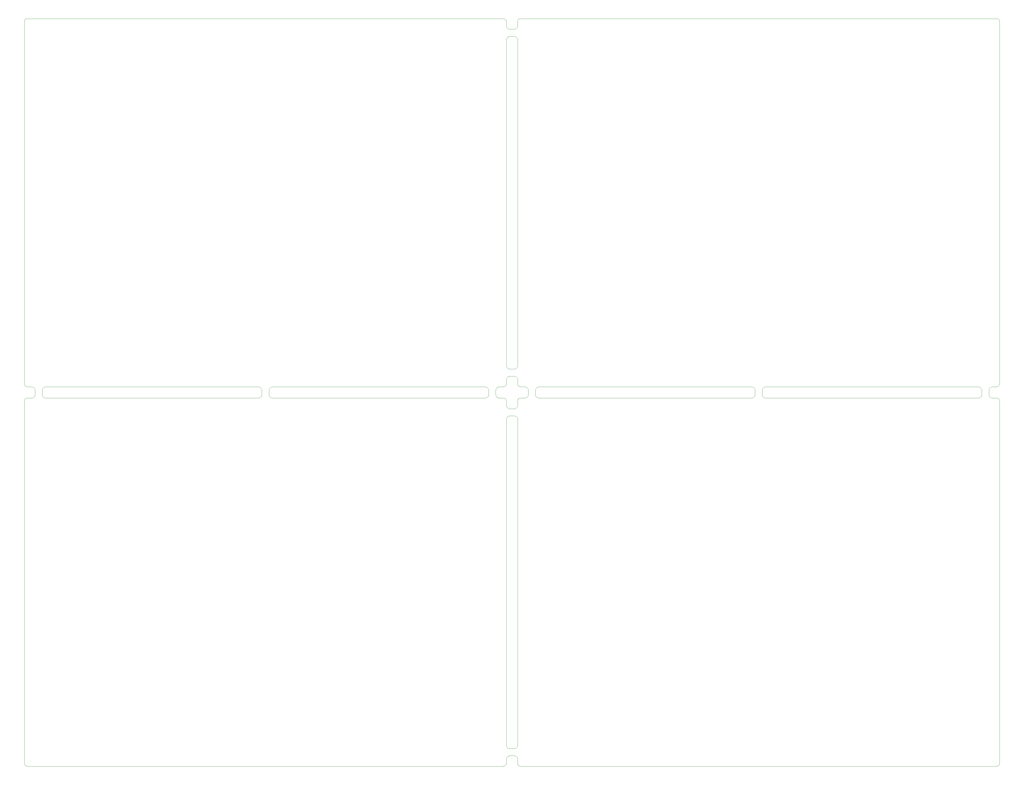
<source format=gbr>
G04 #@! TF.GenerationSoftware,KiCad,Pcbnew,(5.1.5)-2*
G04 #@! TF.CreationDate,2020-07-09T23:44:57+12:00*
G04 #@! TF.ProjectId,output.JVCardx4,6f757470-7574-42e4-9a56-436172647834,rev?*
G04 #@! TF.SameCoordinates,Original*
G04 #@! TF.FileFunction,Profile,NP*
%FSLAX46Y46*%
G04 Gerber Fmt 4.6, Leading zero omitted, Abs format (unit mm)*
G04 Created by KiCad (PCBNEW (5.1.5)-2) date 2020-07-09 23:44:57*
%MOMM*%
%LPD*%
G04 APERTURE LIST*
%ADD10C,0.050000*%
%ADD11C,0.100000*%
G04 APERTURE END LIST*
D10*
X284000000Y-273000000D02*
X284000000Y-145000000D01*
X115000000Y-274000000D02*
X283000000Y-274000000D01*
X109000000Y-144000000D02*
G75*
G02X110000000Y-145000000I0J-1000000D01*
G01*
X-59000000Y-274000000D02*
X109000000Y-274000000D01*
X-60000000Y-145000000D02*
X-60000000Y-273000000D01*
X115000000Y-274000000D02*
G75*
G02X114000000Y-273000000I0J1000000D01*
G01*
X114000000Y-145000000D02*
G75*
G02X115000000Y-144000000I1000000J0D01*
G01*
X284000000Y-273000000D02*
G75*
G02X283000000Y-274000000I-1000000J0D01*
G01*
X283000000Y-144000000D02*
G75*
G02X284000000Y-145000000I0J-1000000D01*
G01*
X110000000Y-273000000D02*
G75*
G02X109000000Y-274000000I-1000000J0D01*
G01*
X-60000000Y-145000000D02*
G75*
G02X-59000000Y-144000000I1000000J0D01*
G01*
X-59000000Y-274000000D02*
G75*
G02X-60000000Y-273000000I0J1000000D01*
G01*
X110000000Y-139000000D02*
G75*
G02X109000000Y-140000000I-1000000J0D01*
G01*
X-59000000Y-140000000D02*
G75*
G02X-60000000Y-139000000I0J1000000D01*
G01*
X-60000000Y-11000000D02*
G75*
G02X-59000000Y-10000000I1000000J0D01*
G01*
X109000000Y-10000000D02*
G75*
G02X110000000Y-11000000I0J-1000000D01*
G01*
X-60000000Y-11000000D02*
X-60000000Y-139000000D01*
X109000000Y-10000000D02*
X-59000000Y-10000000D01*
X114000000Y-11000000D02*
G75*
G02X115000000Y-10000000I1000000J0D01*
G01*
X283000000Y-10000000D02*
G75*
G02X284000000Y-11000000I0J-1000000D01*
G01*
X284000000Y-139000000D02*
G75*
G02X283000000Y-140000000I-1000000J0D01*
G01*
X115000000Y-140000000D02*
G75*
G02X114000000Y-139000000I0J1000000D01*
G01*
X283000000Y-10000000D02*
X115000000Y-10000000D01*
X284000000Y-139000000D02*
X284000000Y-11000000D01*
D11*
X196499950Y-144000000D02*
X196599654Y-143992313D01*
X196499950Y-140000000D02*
X196599654Y-140007687D01*
X196599654Y-143992313D02*
X196698472Y-143976985D01*
X196599654Y-140007687D02*
X196698472Y-140023015D01*
X196698472Y-143976985D02*
X196795819Y-143954107D01*
X196698472Y-140023015D02*
X196795819Y-140045893D01*
X196795819Y-143954107D02*
X196891119Y-143923814D01*
X196795819Y-140045893D02*
X196891119Y-140076186D01*
X196891119Y-143923814D02*
X196983809Y-143886285D01*
X196891119Y-140076186D02*
X196983809Y-140113715D01*
X196983809Y-143886285D02*
X197073340Y-143841742D01*
X196983809Y-140113715D02*
X197073340Y-140158258D01*
X197073340Y-143841742D02*
X197159182Y-143790449D01*
X197073340Y-140158258D02*
X197159182Y-140209551D01*
X197159182Y-143790449D02*
X197240827Y-143732709D01*
X197159182Y-140209551D02*
X197240827Y-140267291D01*
X197240827Y-143732709D02*
X197317792Y-143668864D01*
X197240827Y-140267291D02*
X197317792Y-140331136D01*
X197317792Y-143668864D02*
X197389622Y-143599292D01*
X197317792Y-140331136D02*
X197389622Y-140400708D01*
X197389622Y-143599292D02*
X197455892Y-143524405D01*
X197389622Y-140400708D02*
X197455892Y-140475595D01*
X197455892Y-143524405D02*
X197516210Y-143444646D01*
X197455892Y-140475595D02*
X197516210Y-140555354D01*
X197516210Y-143444646D02*
X197570219Y-143360487D01*
X197516210Y-140555354D02*
X197570219Y-140639513D01*
X197570219Y-143360487D02*
X197617599Y-143272426D01*
X197570219Y-140639513D02*
X197617599Y-140727574D01*
X197617599Y-143272426D02*
X197658070Y-143180984D01*
X197617599Y-140727574D02*
X197658070Y-140819016D01*
X197658070Y-143180984D02*
X197691392Y-143086702D01*
X197658070Y-140819016D02*
X197691392Y-140913298D01*
X197691392Y-143086702D02*
X197717368Y-142990138D01*
X197691392Y-140913298D02*
X197717368Y-141009862D01*
X197717368Y-142990138D02*
X197735845Y-142891863D01*
X197717368Y-141009862D02*
X197735845Y-141108137D01*
X197735845Y-142891863D02*
X197746713Y-142792458D01*
X197735845Y-141108137D02*
X197746713Y-141207542D01*
X197746713Y-142792458D02*
X197749908Y-142692512D01*
X197746713Y-141207542D02*
X197749908Y-141307488D01*
X197749908Y-141307488D02*
X197749908Y-142692512D01*
X201500050Y-144000000D02*
X201400346Y-143992313D01*
X201500050Y-140000000D02*
X201400346Y-140007687D01*
X201400346Y-143992313D02*
X201301528Y-143976985D01*
X201400346Y-140007687D02*
X201301528Y-140023015D01*
X201301528Y-143976985D02*
X201204181Y-143954107D01*
X201301528Y-140023015D02*
X201204181Y-140045893D01*
X201204181Y-143954107D02*
X201108881Y-143923814D01*
X201204181Y-140045893D02*
X201108881Y-140076186D01*
X201108881Y-143923814D02*
X201016191Y-143886285D01*
X201108881Y-140076186D02*
X201016191Y-140113715D01*
X201016191Y-143886285D02*
X200926660Y-143841742D01*
X201016191Y-140113715D02*
X200926660Y-140158258D01*
X200926660Y-143841742D02*
X200840818Y-143790449D01*
X200926660Y-140158258D02*
X200840818Y-140209551D01*
X200840818Y-143790449D02*
X200759173Y-143732709D01*
X200840818Y-140209551D02*
X200759173Y-140267291D01*
X200759173Y-143732709D02*
X200682208Y-143668864D01*
X200759173Y-140267291D02*
X200682208Y-140331136D01*
X200682208Y-143668864D02*
X200610378Y-143599292D01*
X200682208Y-140331136D02*
X200610378Y-140400708D01*
X200610378Y-143599292D02*
X200544108Y-143524405D01*
X200610378Y-140400708D02*
X200544108Y-140475595D01*
X200544108Y-143524405D02*
X200483790Y-143444646D01*
X200544108Y-140475595D02*
X200483790Y-140555354D01*
X200483790Y-143444646D02*
X200429781Y-143360487D01*
X200483790Y-140555354D02*
X200429781Y-140639513D01*
X200429781Y-143360487D02*
X200382401Y-143272426D01*
X200429781Y-140639513D02*
X200382401Y-140727574D01*
X200382401Y-143272426D02*
X200341930Y-143180984D01*
X200382401Y-140727574D02*
X200341930Y-140819016D01*
X200341930Y-143180984D02*
X200308608Y-143086702D01*
X200341930Y-140819016D02*
X200308608Y-140913298D01*
X200308608Y-143086702D02*
X200282632Y-142990138D01*
X200308608Y-140913298D02*
X200282632Y-141009862D01*
X200282632Y-142990138D02*
X200264155Y-142891863D01*
X200282632Y-141009862D02*
X200264155Y-141108137D01*
X200264155Y-142891863D02*
X200253287Y-142792458D01*
X200264155Y-141108137D02*
X200253287Y-141207542D01*
X200253287Y-142792458D02*
X200250092Y-142692512D01*
X200253287Y-141207542D02*
X200250092Y-141307488D01*
X200250092Y-141307488D02*
X200250092Y-142692512D01*
X22499950Y-144000000D02*
X22599654Y-143992313D01*
X22499950Y-140000000D02*
X22599654Y-140007687D01*
X22599654Y-143992313D02*
X22698472Y-143976985D01*
X22599654Y-140007687D02*
X22698472Y-140023015D01*
X22698472Y-143976985D02*
X22795819Y-143954107D01*
X22698472Y-140023015D02*
X22795819Y-140045893D01*
X22795819Y-143954107D02*
X22891119Y-143923814D01*
X22795819Y-140045893D02*
X22891119Y-140076186D01*
X22891119Y-143923814D02*
X22983809Y-143886285D01*
X22891119Y-140076186D02*
X22983809Y-140113715D01*
X22983809Y-143886285D02*
X23073340Y-143841742D01*
X22983809Y-140113715D02*
X23073340Y-140158258D01*
X23073340Y-143841742D02*
X23159182Y-143790449D01*
X23073340Y-140158258D02*
X23159182Y-140209551D01*
X23159182Y-143790449D02*
X23240827Y-143732709D01*
X23159182Y-140209551D02*
X23240827Y-140267291D01*
X23240827Y-143732709D02*
X23317792Y-143668864D01*
X23240827Y-140267291D02*
X23317792Y-140331136D01*
X23317792Y-143668864D02*
X23389622Y-143599292D01*
X23317792Y-140331136D02*
X23389622Y-140400708D01*
X23389622Y-143599292D02*
X23455892Y-143524405D01*
X23389622Y-140400708D02*
X23455892Y-140475595D01*
X23455892Y-143524405D02*
X23516210Y-143444646D01*
X23455892Y-140475595D02*
X23516210Y-140555354D01*
X23516210Y-143444646D02*
X23570219Y-143360487D01*
X23516210Y-140555354D02*
X23570219Y-140639513D01*
X23570219Y-143360487D02*
X23617599Y-143272426D01*
X23570219Y-140639513D02*
X23617599Y-140727574D01*
X23617599Y-143272426D02*
X23658070Y-143180984D01*
X23617599Y-140727574D02*
X23658070Y-140819016D01*
X23658070Y-143180984D02*
X23691392Y-143086702D01*
X23658070Y-140819016D02*
X23691392Y-140913298D01*
X23691392Y-143086702D02*
X23717368Y-142990138D01*
X23691392Y-140913298D02*
X23717368Y-141009862D01*
X23717368Y-142990138D02*
X23735845Y-142891863D01*
X23717368Y-141009862D02*
X23735845Y-141108137D01*
X23735845Y-142891863D02*
X23746713Y-142792458D01*
X23735845Y-141108137D02*
X23746713Y-141207542D01*
X23746713Y-142792458D02*
X23749908Y-142692512D01*
X23746713Y-141207542D02*
X23749908Y-141307488D01*
X23749908Y-141307488D02*
X23749908Y-142692512D01*
X27500050Y-144000000D02*
X27400346Y-143992313D01*
X27500050Y-140000000D02*
X27400346Y-140007687D01*
X27400346Y-143992313D02*
X27301528Y-143976985D01*
X27400346Y-140007687D02*
X27301528Y-140023015D01*
X27301528Y-143976985D02*
X27204181Y-143954107D01*
X27301528Y-140023015D02*
X27204181Y-140045893D01*
X27204181Y-143954107D02*
X27108881Y-143923814D01*
X27204181Y-140045893D02*
X27108881Y-140076186D01*
X27108881Y-143923814D02*
X27016191Y-143886285D01*
X27108881Y-140076186D02*
X27016191Y-140113715D01*
X27016191Y-143886285D02*
X26926660Y-143841742D01*
X27016191Y-140113715D02*
X26926660Y-140158258D01*
X26926660Y-143841742D02*
X26840818Y-143790449D01*
X26926660Y-140158258D02*
X26840818Y-140209551D01*
X26840818Y-143790449D02*
X26759173Y-143732709D01*
X26840818Y-140209551D02*
X26759173Y-140267291D01*
X26759173Y-143732709D02*
X26682208Y-143668864D01*
X26759173Y-140267291D02*
X26682208Y-140331136D01*
X26682208Y-143668864D02*
X26610378Y-143599292D01*
X26682208Y-140331136D02*
X26610378Y-140400708D01*
X26610378Y-143599292D02*
X26544108Y-143524405D01*
X26610378Y-140400708D02*
X26544108Y-140475595D01*
X26544108Y-143524405D02*
X26483790Y-143444646D01*
X26544108Y-140475595D02*
X26483790Y-140555354D01*
X26483790Y-143444646D02*
X26429781Y-143360487D01*
X26483790Y-140555354D02*
X26429781Y-140639513D01*
X26429781Y-143360487D02*
X26382401Y-143272426D01*
X26429781Y-140639513D02*
X26382401Y-140727574D01*
X26382401Y-143272426D02*
X26341930Y-143180984D01*
X26382401Y-140727574D02*
X26341930Y-140819016D01*
X26341930Y-143180984D02*
X26308608Y-143086702D01*
X26341930Y-140819016D02*
X26308608Y-140913298D01*
X26308608Y-143086702D02*
X26282632Y-142990138D01*
X26308608Y-140913298D02*
X26282632Y-141009862D01*
X26282632Y-142990138D02*
X26264155Y-142891863D01*
X26282632Y-141009862D02*
X26264155Y-141108137D01*
X26264155Y-142891863D02*
X26253287Y-142792458D01*
X26264155Y-141108137D02*
X26253287Y-141207542D01*
X26253287Y-142792458D02*
X26250092Y-142692512D01*
X26253287Y-141207542D02*
X26250092Y-141307488D01*
X26250092Y-141307488D02*
X26250092Y-142692512D01*
X-52500045Y-140000000D02*
X22499950Y-140000000D01*
X-57500000Y-140000000D02*
X-59000000Y-140000000D01*
X-52500045Y-144000000D02*
X22499950Y-144000000D01*
X-57500000Y-144000000D02*
X-59000000Y-144000000D01*
X-57500000Y-144000000D02*
X-57400296Y-143992313D01*
X-57500000Y-140000000D02*
X-57400296Y-140007687D01*
X-57400296Y-143992313D02*
X-57301478Y-143976985D01*
X-57400296Y-140007687D02*
X-57301478Y-140023015D01*
X-57301478Y-143976985D02*
X-57204131Y-143954107D01*
X-57301478Y-140023015D02*
X-57204131Y-140045893D01*
X-57204131Y-143954107D02*
X-57108831Y-143923814D01*
X-57204131Y-140045893D02*
X-57108831Y-140076186D01*
X-57108831Y-143923814D02*
X-57016141Y-143886285D01*
X-57108831Y-140076186D02*
X-57016141Y-140113715D01*
X-57016141Y-143886285D02*
X-56926610Y-143841742D01*
X-57016141Y-140113715D02*
X-56926610Y-140158258D01*
X-56926610Y-143841742D02*
X-56840768Y-143790449D01*
X-56926610Y-140158258D02*
X-56840768Y-140209551D01*
X-56840768Y-143790449D02*
X-56759123Y-143732709D01*
X-56840768Y-140209551D02*
X-56759123Y-140267291D01*
X-56759123Y-143732709D02*
X-56682158Y-143668864D01*
X-56759123Y-140267291D02*
X-56682158Y-140331136D01*
X-56682158Y-143668864D02*
X-56610328Y-143599292D01*
X-56682158Y-140331136D02*
X-56610328Y-140400708D01*
X-56610328Y-143599292D02*
X-56544058Y-143524405D01*
X-56610328Y-140400708D02*
X-56544058Y-140475595D01*
X-56544058Y-143524405D02*
X-56483740Y-143444646D01*
X-56544058Y-140475595D02*
X-56483740Y-140555354D01*
X-56483740Y-143444646D02*
X-56429731Y-143360487D01*
X-56483740Y-140555354D02*
X-56429731Y-140639513D01*
X-56429731Y-143360487D02*
X-56382351Y-143272426D01*
X-56429731Y-140639513D02*
X-56382351Y-140727574D01*
X-56382351Y-143272426D02*
X-56341880Y-143180984D01*
X-56382351Y-140727574D02*
X-56341880Y-140819016D01*
X-56341880Y-143180984D02*
X-56308558Y-143086702D01*
X-56341880Y-140819016D02*
X-56308558Y-140913298D01*
X-56308558Y-143086702D02*
X-56282582Y-142990138D01*
X-56308558Y-140913298D02*
X-56282582Y-141009862D01*
X-56282582Y-142990138D02*
X-56264105Y-142891863D01*
X-56282582Y-141009862D02*
X-56264105Y-141108137D01*
X-56264105Y-142891863D02*
X-56253237Y-142792458D01*
X-56264105Y-141108137D02*
X-56253237Y-141207542D01*
X-56253237Y-142792458D02*
X-56250042Y-142692512D01*
X-56253237Y-141207542D02*
X-56250042Y-141307488D01*
X-56250042Y-141307488D02*
X-56250042Y-142692512D01*
X-52500045Y-144000000D02*
X-52599749Y-143992313D01*
X-52500045Y-140000000D02*
X-52599749Y-140007687D01*
X-52599749Y-143992313D02*
X-52698567Y-143976985D01*
X-52599749Y-140007687D02*
X-52698567Y-140023015D01*
X-52698567Y-143976985D02*
X-52795914Y-143954107D01*
X-52698567Y-140023015D02*
X-52795914Y-140045893D01*
X-52795914Y-143954107D02*
X-52891214Y-143923814D01*
X-52795914Y-140045893D02*
X-52891214Y-140076186D01*
X-52891214Y-143923814D02*
X-52983904Y-143886285D01*
X-52891214Y-140076186D02*
X-52983904Y-140113715D01*
X-52983904Y-143886285D02*
X-53073435Y-143841742D01*
X-52983904Y-140113715D02*
X-53073435Y-140158258D01*
X-53073435Y-143841742D02*
X-53159277Y-143790449D01*
X-53073435Y-140158258D02*
X-53159277Y-140209551D01*
X-53159277Y-143790449D02*
X-53240922Y-143732709D01*
X-53159277Y-140209551D02*
X-53240922Y-140267291D01*
X-53240922Y-143732709D02*
X-53317887Y-143668864D01*
X-53240922Y-140267291D02*
X-53317887Y-140331136D01*
X-53317887Y-143668864D02*
X-53389717Y-143599292D01*
X-53317887Y-140331136D02*
X-53389717Y-140400708D01*
X-53389717Y-143599292D02*
X-53455987Y-143524405D01*
X-53389717Y-140400708D02*
X-53455987Y-140475595D01*
X-53455987Y-143524405D02*
X-53516305Y-143444646D01*
X-53455987Y-140475595D02*
X-53516305Y-140555354D01*
X-53516305Y-143444646D02*
X-53570314Y-143360487D01*
X-53516305Y-140555354D02*
X-53570314Y-140639513D01*
X-53570314Y-143360487D02*
X-53617694Y-143272426D01*
X-53570314Y-140639513D02*
X-53617694Y-140727574D01*
X-53617694Y-143272426D02*
X-53658165Y-143180984D01*
X-53617694Y-140727574D02*
X-53658165Y-140819016D01*
X-53658165Y-143180984D02*
X-53691487Y-143086702D01*
X-53658165Y-140819016D02*
X-53691487Y-140913298D01*
X-53691487Y-143086702D02*
X-53717463Y-142990138D01*
X-53691487Y-140913298D02*
X-53717463Y-141009862D01*
X-53717463Y-142990138D02*
X-53735940Y-142891863D01*
X-53717463Y-141009862D02*
X-53735940Y-141108137D01*
X-53735940Y-142891863D02*
X-53746808Y-142792458D01*
X-53735940Y-141108137D02*
X-53746808Y-141207542D01*
X-53746808Y-142792458D02*
X-53750003Y-142692512D01*
X-53746808Y-141207542D02*
X-53750003Y-141307488D01*
X-53750003Y-141307488D02*
X-53750003Y-142692512D01*
X276500045Y-144000000D02*
X201500050Y-144000000D01*
X281500000Y-144000000D02*
X283000000Y-144000000D01*
X276500045Y-140000000D02*
X201500050Y-140000000D01*
X281500000Y-140000000D02*
X283000000Y-140000000D01*
X281500000Y-140000000D02*
X281400296Y-140007687D01*
X281500000Y-144000000D02*
X281400296Y-143992313D01*
X281400296Y-140007687D02*
X281301478Y-140023015D01*
X281400296Y-143992313D02*
X281301478Y-143976985D01*
X281301478Y-140023015D02*
X281204131Y-140045893D01*
X281301478Y-143976985D02*
X281204131Y-143954107D01*
X281204131Y-140045893D02*
X281108831Y-140076186D01*
X281204131Y-143954107D02*
X281108831Y-143923814D01*
X281108831Y-140076186D02*
X281016141Y-140113715D01*
X281108831Y-143923814D02*
X281016141Y-143886285D01*
X281016141Y-140113715D02*
X280926610Y-140158258D01*
X281016141Y-143886285D02*
X280926610Y-143841742D01*
X280926610Y-140158258D02*
X280840768Y-140209551D01*
X280926610Y-143841742D02*
X280840768Y-143790449D01*
X280840768Y-140209551D02*
X280759123Y-140267291D01*
X280840768Y-143790449D02*
X280759123Y-143732709D01*
X280759123Y-140267291D02*
X280682158Y-140331136D01*
X280759123Y-143732709D02*
X280682158Y-143668864D01*
X280682158Y-140331136D02*
X280610328Y-140400708D01*
X280682158Y-143668864D02*
X280610328Y-143599292D01*
X280610328Y-140400708D02*
X280544058Y-140475595D01*
X280610328Y-143599292D02*
X280544058Y-143524405D01*
X280544058Y-140475595D02*
X280483740Y-140555354D01*
X280544058Y-143524405D02*
X280483740Y-143444646D01*
X280483740Y-140555354D02*
X280429731Y-140639513D01*
X280483740Y-143444646D02*
X280429731Y-143360487D01*
X280429731Y-140639513D02*
X280382351Y-140727574D01*
X280429731Y-143360487D02*
X280382351Y-143272426D01*
X280382351Y-140727574D02*
X280341880Y-140819016D01*
X280382351Y-143272426D02*
X280341880Y-143180984D01*
X280341880Y-140819016D02*
X280308558Y-140913298D01*
X280341880Y-143180984D02*
X280308558Y-143086702D01*
X280308558Y-140913298D02*
X280282582Y-141009862D01*
X280308558Y-143086702D02*
X280282582Y-142990138D01*
X280282582Y-141009862D02*
X280264105Y-141108137D01*
X280282582Y-142990138D02*
X280264105Y-142891863D01*
X280264105Y-141108137D02*
X280253237Y-141207542D01*
X280264105Y-142891863D02*
X280253237Y-142792458D01*
X280253237Y-141207542D02*
X280250042Y-141307488D01*
X280253237Y-142792458D02*
X280250042Y-142692512D01*
X280250042Y-142692512D02*
X280250042Y-141307488D01*
X276500045Y-140000000D02*
X276599749Y-140007687D01*
X276500045Y-144000000D02*
X276599749Y-143992313D01*
X276599749Y-140007687D02*
X276698567Y-140023015D01*
X276599749Y-143992313D02*
X276698567Y-143976985D01*
X276698567Y-140023015D02*
X276795914Y-140045893D01*
X276698567Y-143976985D02*
X276795914Y-143954107D01*
X276795914Y-140045893D02*
X276891214Y-140076186D01*
X276795914Y-143954107D02*
X276891214Y-143923814D01*
X276891214Y-140076186D02*
X276983904Y-140113715D01*
X276891214Y-143923814D02*
X276983904Y-143886285D01*
X276983904Y-140113715D02*
X277073435Y-140158258D01*
X276983904Y-143886285D02*
X277073435Y-143841742D01*
X277073435Y-140158258D02*
X277159277Y-140209551D01*
X277073435Y-143841742D02*
X277159277Y-143790449D01*
X277159277Y-140209551D02*
X277240922Y-140267291D01*
X277159277Y-143790449D02*
X277240922Y-143732709D01*
X277240922Y-140267291D02*
X277317887Y-140331136D01*
X277240922Y-143732709D02*
X277317887Y-143668864D01*
X277317887Y-140331136D02*
X277389717Y-140400708D01*
X277317887Y-143668864D02*
X277389717Y-143599292D01*
X277389717Y-140400708D02*
X277455987Y-140475595D01*
X277389717Y-143599292D02*
X277455987Y-143524405D01*
X277455987Y-140475595D02*
X277516305Y-140555354D01*
X277455987Y-143524405D02*
X277516305Y-143444646D01*
X277516305Y-140555354D02*
X277570314Y-140639513D01*
X277516305Y-143444646D02*
X277570314Y-143360487D01*
X277570314Y-140639513D02*
X277617694Y-140727574D01*
X277570314Y-143360487D02*
X277617694Y-143272426D01*
X277617694Y-140727574D02*
X277658165Y-140819016D01*
X277617694Y-143272426D02*
X277658165Y-143180984D01*
X277658165Y-140819016D02*
X277691487Y-140913298D01*
X277658165Y-143180984D02*
X277691487Y-143086702D01*
X277691487Y-140913298D02*
X277717463Y-141009862D01*
X277691487Y-143086702D02*
X277717463Y-142990138D01*
X277717463Y-141009862D02*
X277735940Y-141108137D01*
X277717463Y-142990138D02*
X277735940Y-142891863D01*
X277735940Y-141108137D02*
X277746808Y-141207542D01*
X277735940Y-142891863D02*
X277746808Y-142792458D01*
X277746808Y-141207542D02*
X277750003Y-141307488D01*
X277746808Y-142792458D02*
X277750003Y-142692512D01*
X277750003Y-142692512D02*
X277750003Y-141307488D01*
X102500045Y-144000000D02*
X27500050Y-144000000D01*
X107500000Y-144000000D02*
X109000000Y-144000000D01*
X102500045Y-140000000D02*
X27500050Y-140000000D01*
X107500000Y-140000000D02*
X109000000Y-140000000D01*
X107500000Y-140000000D02*
X107400296Y-140007687D01*
X107500000Y-144000000D02*
X107400296Y-143992313D01*
X107400296Y-140007687D02*
X107301478Y-140023015D01*
X107400296Y-143992313D02*
X107301478Y-143976985D01*
X107301478Y-140023015D02*
X107204131Y-140045893D01*
X107301478Y-143976985D02*
X107204131Y-143954107D01*
X107204131Y-140045893D02*
X107108831Y-140076186D01*
X107204131Y-143954107D02*
X107108831Y-143923814D01*
X107108831Y-140076186D02*
X107016141Y-140113715D01*
X107108831Y-143923814D02*
X107016141Y-143886285D01*
X107016141Y-140113715D02*
X106926610Y-140158258D01*
X107016141Y-143886285D02*
X106926610Y-143841742D01*
X106926610Y-140158258D02*
X106840768Y-140209551D01*
X106926610Y-143841742D02*
X106840768Y-143790449D01*
X106840768Y-140209551D02*
X106759123Y-140267291D01*
X106840768Y-143790449D02*
X106759123Y-143732709D01*
X106759123Y-140267291D02*
X106682158Y-140331136D01*
X106759123Y-143732709D02*
X106682158Y-143668864D01*
X106682158Y-140331136D02*
X106610328Y-140400708D01*
X106682158Y-143668864D02*
X106610328Y-143599292D01*
X106610328Y-140400708D02*
X106544058Y-140475595D01*
X106610328Y-143599292D02*
X106544058Y-143524405D01*
X106544058Y-140475595D02*
X106483740Y-140555354D01*
X106544058Y-143524405D02*
X106483740Y-143444646D01*
X106483740Y-140555354D02*
X106429731Y-140639513D01*
X106483740Y-143444646D02*
X106429731Y-143360487D01*
X106429731Y-140639513D02*
X106382351Y-140727574D01*
X106429731Y-143360487D02*
X106382351Y-143272426D01*
X106382351Y-140727574D02*
X106341880Y-140819016D01*
X106382351Y-143272426D02*
X106341880Y-143180984D01*
X106341880Y-140819016D02*
X106308558Y-140913298D01*
X106341880Y-143180984D02*
X106308558Y-143086702D01*
X106308558Y-140913298D02*
X106282582Y-141009862D01*
X106308558Y-143086702D02*
X106282582Y-142990138D01*
X106282582Y-141009862D02*
X106264105Y-141108137D01*
X106282582Y-142990138D02*
X106264105Y-142891863D01*
X106264105Y-141108137D02*
X106253237Y-141207542D01*
X106264105Y-142891863D02*
X106253237Y-142792458D01*
X106253237Y-141207542D02*
X106250042Y-141307488D01*
X106253237Y-142792458D02*
X106250042Y-142692512D01*
X106250042Y-142692512D02*
X106250042Y-141307488D01*
X102500045Y-140000000D02*
X102599749Y-140007687D01*
X102500045Y-144000000D02*
X102599749Y-143992313D01*
X102599749Y-140007687D02*
X102698567Y-140023015D01*
X102599749Y-143992313D02*
X102698567Y-143976985D01*
X102698567Y-140023015D02*
X102795914Y-140045893D01*
X102698567Y-143976985D02*
X102795914Y-143954107D01*
X102795914Y-140045893D02*
X102891214Y-140076186D01*
X102795914Y-143954107D02*
X102891214Y-143923814D01*
X102891214Y-140076186D02*
X102983904Y-140113715D01*
X102891214Y-143923814D02*
X102983904Y-143886285D01*
X102983904Y-140113715D02*
X103073435Y-140158258D01*
X102983904Y-143886285D02*
X103073435Y-143841742D01*
X103073435Y-140158258D02*
X103159277Y-140209551D01*
X103073435Y-143841742D02*
X103159277Y-143790449D01*
X103159277Y-140209551D02*
X103240922Y-140267291D01*
X103159277Y-143790449D02*
X103240922Y-143732709D01*
X103240922Y-140267291D02*
X103317887Y-140331136D01*
X103240922Y-143732709D02*
X103317887Y-143668864D01*
X103317887Y-140331136D02*
X103389717Y-140400708D01*
X103317887Y-143668864D02*
X103389717Y-143599292D01*
X103389717Y-140400708D02*
X103455987Y-140475595D01*
X103389717Y-143599292D02*
X103455987Y-143524405D01*
X103455987Y-140475595D02*
X103516305Y-140555354D01*
X103455987Y-143524405D02*
X103516305Y-143444646D01*
X103516305Y-140555354D02*
X103570314Y-140639513D01*
X103516305Y-143444646D02*
X103570314Y-143360487D01*
X103570314Y-140639513D02*
X103617694Y-140727574D01*
X103570314Y-143360487D02*
X103617694Y-143272426D01*
X103617694Y-140727574D02*
X103658165Y-140819016D01*
X103617694Y-143272426D02*
X103658165Y-143180984D01*
X103658165Y-140819016D02*
X103691487Y-140913298D01*
X103658165Y-143180984D02*
X103691487Y-143086702D01*
X103691487Y-140913298D02*
X103717463Y-141009862D01*
X103691487Y-143086702D02*
X103717463Y-142990138D01*
X103717463Y-141009862D02*
X103735940Y-141108137D01*
X103717463Y-142990138D02*
X103735940Y-142891863D01*
X103735940Y-141108137D02*
X103746808Y-141207542D01*
X103735940Y-142891863D02*
X103746808Y-142792458D01*
X103746808Y-141207542D02*
X103750003Y-141307488D01*
X103746808Y-142792458D02*
X103750003Y-142692512D01*
X103750003Y-142692512D02*
X103750003Y-141307488D01*
X121499955Y-140000000D02*
X196499950Y-140000000D01*
X116500000Y-140000000D02*
X115000000Y-140000000D01*
X121499955Y-144000000D02*
X196499950Y-144000000D01*
X116500000Y-144000000D02*
X115000000Y-144000000D01*
X116500000Y-144000000D02*
X116599704Y-143992313D01*
X116500000Y-140000000D02*
X116599704Y-140007687D01*
X116599704Y-143992313D02*
X116698522Y-143976985D01*
X116599704Y-140007687D02*
X116698522Y-140023015D01*
X116698522Y-143976985D02*
X116795869Y-143954107D01*
X116698522Y-140023015D02*
X116795869Y-140045893D01*
X116795869Y-143954107D02*
X116891169Y-143923814D01*
X116795869Y-140045893D02*
X116891169Y-140076186D01*
X116891169Y-143923814D02*
X116983859Y-143886285D01*
X116891169Y-140076186D02*
X116983859Y-140113715D01*
X116983859Y-143886285D02*
X117073390Y-143841742D01*
X116983859Y-140113715D02*
X117073390Y-140158258D01*
X117073390Y-143841742D02*
X117159232Y-143790449D01*
X117073390Y-140158258D02*
X117159232Y-140209551D01*
X117159232Y-143790449D02*
X117240877Y-143732709D01*
X117159232Y-140209551D02*
X117240877Y-140267291D01*
X117240877Y-143732709D02*
X117317842Y-143668864D01*
X117240877Y-140267291D02*
X117317842Y-140331136D01*
X117317842Y-143668864D02*
X117389672Y-143599292D01*
X117317842Y-140331136D02*
X117389672Y-140400708D01*
X117389672Y-143599292D02*
X117455942Y-143524405D01*
X117389672Y-140400708D02*
X117455942Y-140475595D01*
X117455942Y-143524405D02*
X117516260Y-143444646D01*
X117455942Y-140475595D02*
X117516260Y-140555354D01*
X117516260Y-143444646D02*
X117570269Y-143360487D01*
X117516260Y-140555354D02*
X117570269Y-140639513D01*
X117570269Y-143360487D02*
X117617649Y-143272426D01*
X117570269Y-140639513D02*
X117617649Y-140727574D01*
X117617649Y-143272426D02*
X117658120Y-143180984D01*
X117617649Y-140727574D02*
X117658120Y-140819016D01*
X117658120Y-143180984D02*
X117691442Y-143086702D01*
X117658120Y-140819016D02*
X117691442Y-140913298D01*
X117691442Y-143086702D02*
X117717418Y-142990138D01*
X117691442Y-140913298D02*
X117717418Y-141009862D01*
X117717418Y-142990138D02*
X117735895Y-142891863D01*
X117717418Y-141009862D02*
X117735895Y-141108137D01*
X117735895Y-142891863D02*
X117746763Y-142792458D01*
X117735895Y-141108137D02*
X117746763Y-141207542D01*
X117746763Y-142792458D02*
X117749958Y-142692512D01*
X117746763Y-141207542D02*
X117749958Y-141307488D01*
X117749958Y-141307488D02*
X117749958Y-142692512D01*
X121499955Y-144000000D02*
X121400251Y-143992313D01*
X121499955Y-140000000D02*
X121400251Y-140007687D01*
X121400251Y-143992313D02*
X121301433Y-143976985D01*
X121400251Y-140007687D02*
X121301433Y-140023015D01*
X121301433Y-143976985D02*
X121204086Y-143954107D01*
X121301433Y-140023015D02*
X121204086Y-140045893D01*
X121204086Y-143954107D02*
X121108786Y-143923814D01*
X121204086Y-140045893D02*
X121108786Y-140076186D01*
X121108786Y-143923814D02*
X121016096Y-143886285D01*
X121108786Y-140076186D02*
X121016096Y-140113715D01*
X121016096Y-143886285D02*
X120926565Y-143841742D01*
X121016096Y-140113715D02*
X120926565Y-140158258D01*
X120926565Y-143841742D02*
X120840723Y-143790449D01*
X120926565Y-140158258D02*
X120840723Y-140209551D01*
X120840723Y-143790449D02*
X120759078Y-143732709D01*
X120840723Y-140209551D02*
X120759078Y-140267291D01*
X120759078Y-143732709D02*
X120682113Y-143668864D01*
X120759078Y-140267291D02*
X120682113Y-140331136D01*
X120682113Y-143668864D02*
X120610283Y-143599292D01*
X120682113Y-140331136D02*
X120610283Y-140400708D01*
X120610283Y-143599292D02*
X120544013Y-143524405D01*
X120610283Y-140400708D02*
X120544013Y-140475595D01*
X120544013Y-143524405D02*
X120483695Y-143444646D01*
X120544013Y-140475595D02*
X120483695Y-140555354D01*
X120483695Y-143444646D02*
X120429686Y-143360487D01*
X120483695Y-140555354D02*
X120429686Y-140639513D01*
X120429686Y-143360487D02*
X120382306Y-143272426D01*
X120429686Y-140639513D02*
X120382306Y-140727574D01*
X120382306Y-143272426D02*
X120341835Y-143180984D01*
X120382306Y-140727574D02*
X120341835Y-140819016D01*
X120341835Y-143180984D02*
X120308513Y-143086702D01*
X120341835Y-140819016D02*
X120308513Y-140913298D01*
X120308513Y-143086702D02*
X120282537Y-142990138D01*
X120308513Y-140913298D02*
X120282537Y-141009862D01*
X120282537Y-142990138D02*
X120264060Y-142891863D01*
X120282537Y-141009862D02*
X120264060Y-141108137D01*
X120264060Y-142891863D02*
X120253192Y-142792458D01*
X120264060Y-141108137D02*
X120253192Y-141207542D01*
X120253192Y-142792458D02*
X120249997Y-142692512D01*
X120253192Y-141207542D02*
X120249997Y-141307488D01*
X120249997Y-141307488D02*
X120249997Y-142692512D01*
X110000000Y-271500000D02*
X110000000Y-273000000D01*
X114000000Y-271500000D02*
X114000000Y-273000000D01*
X114000000Y-271500000D02*
X113992313Y-271400296D01*
X110000000Y-271500000D02*
X110007687Y-271400296D01*
X113992313Y-271400296D02*
X113976985Y-271301478D01*
X110007687Y-271400296D02*
X110023015Y-271301478D01*
X113976985Y-271301478D02*
X113954107Y-271204131D01*
X110023015Y-271301478D02*
X110045893Y-271204131D01*
X113954107Y-271204131D02*
X113923814Y-271108831D01*
X110045893Y-271204131D02*
X110076186Y-271108831D01*
X113923814Y-271108831D02*
X113886285Y-271016141D01*
X110076186Y-271108831D02*
X110113715Y-271016141D01*
X113886285Y-271016141D02*
X113841742Y-270926610D01*
X110113715Y-271016141D02*
X110158258Y-270926610D01*
X113841742Y-270926610D02*
X113790449Y-270840768D01*
X110158258Y-270926610D02*
X110209551Y-270840768D01*
X113790449Y-270840768D02*
X113732709Y-270759123D01*
X110209551Y-270840768D02*
X110267291Y-270759123D01*
X113732709Y-270759123D02*
X113668864Y-270682158D01*
X110267291Y-270759123D02*
X110331136Y-270682158D01*
X113668864Y-270682158D02*
X113599292Y-270610328D01*
X110331136Y-270682158D02*
X110400708Y-270610328D01*
X113599292Y-270610328D02*
X113524405Y-270544058D01*
X110400708Y-270610328D02*
X110475595Y-270544058D01*
X113524405Y-270544058D02*
X113444646Y-270483740D01*
X110475595Y-270544058D02*
X110555354Y-270483740D01*
X113444646Y-270483740D02*
X113360487Y-270429731D01*
X110555354Y-270483740D02*
X110639513Y-270429731D01*
X113360487Y-270429731D02*
X113272426Y-270382351D01*
X110639513Y-270429731D02*
X110727574Y-270382351D01*
X113272426Y-270382351D02*
X113180984Y-270341880D01*
X110727574Y-270382351D02*
X110819016Y-270341880D01*
X113180984Y-270341880D02*
X113086702Y-270308558D01*
X110819016Y-270341880D02*
X110913298Y-270308558D01*
X113086702Y-270308558D02*
X112990138Y-270282582D01*
X110913298Y-270308558D02*
X111009862Y-270282582D01*
X112990138Y-270282582D02*
X112891863Y-270264105D01*
X111009862Y-270282582D02*
X111108137Y-270264105D01*
X112891863Y-270264105D02*
X112792458Y-270253237D01*
X111108137Y-270264105D02*
X111207542Y-270253237D01*
X112792458Y-270253237D02*
X112692512Y-270250042D01*
X111207542Y-270253237D02*
X111307488Y-270250042D01*
X111307488Y-270250042D02*
X112692512Y-270250042D01*
X114000000Y-266500100D02*
X113992313Y-266599804D01*
X110000000Y-266499850D02*
X110007687Y-266599554D01*
X113992313Y-266599804D02*
X113976985Y-266698622D01*
X110007687Y-266599554D02*
X110023015Y-266698372D01*
X113976985Y-266698622D02*
X113954107Y-266795969D01*
X110023015Y-266698372D02*
X110045893Y-266795719D01*
X113954107Y-266795969D02*
X113923814Y-266891269D01*
X110045893Y-266795719D02*
X110076186Y-266891019D01*
X113923814Y-266891269D02*
X113886285Y-266983959D01*
X110076186Y-266891019D02*
X110113715Y-266983709D01*
X113886285Y-266983959D02*
X113841742Y-267073490D01*
X110113715Y-266983709D02*
X110158258Y-267073240D01*
X113841742Y-267073490D02*
X113790449Y-267159332D01*
X110158258Y-267073240D02*
X110209551Y-267159082D01*
X113790449Y-267159332D02*
X113732709Y-267240977D01*
X110209551Y-267159082D02*
X110267291Y-267240727D01*
X113732709Y-267240977D02*
X113668864Y-267317942D01*
X110267291Y-267240727D02*
X110331136Y-267317692D01*
X113668864Y-267317942D02*
X113599292Y-267389772D01*
X110331136Y-267317692D02*
X110400708Y-267389522D01*
X113599292Y-267389772D02*
X113524405Y-267456042D01*
X110400708Y-267389522D02*
X110475595Y-267455792D01*
X113524405Y-267456042D02*
X113444646Y-267516360D01*
X110475595Y-267455792D02*
X110555354Y-267516110D01*
X113444646Y-267516360D02*
X113360487Y-267570369D01*
X110555354Y-267516110D02*
X110639513Y-267570119D01*
X113360487Y-267570369D02*
X113272426Y-267617749D01*
X110639513Y-267570119D02*
X110727574Y-267617499D01*
X113272426Y-267617749D02*
X113180984Y-267658220D01*
X110727574Y-267617499D02*
X110819016Y-267657970D01*
X113180984Y-267658220D02*
X113086702Y-267691542D01*
X110819016Y-267657970D02*
X110913298Y-267691292D01*
X113086702Y-267691542D02*
X112990138Y-267717518D01*
X110913298Y-267691292D02*
X111009862Y-267717268D01*
X112990138Y-267717518D02*
X112891863Y-267735995D01*
X111009862Y-267717268D02*
X111108137Y-267735745D01*
X112891863Y-267735995D02*
X112792458Y-267746863D01*
X111108137Y-267735745D02*
X111207542Y-267746613D01*
X112792458Y-267746863D02*
X112692512Y-267750058D01*
X111207542Y-267746613D02*
X111307488Y-267749808D01*
X111307488Y-267749808D02*
X112692512Y-267750058D01*
X110000000Y-151500103D02*
X110000000Y-266499850D01*
X110000000Y-146500000D02*
X110000000Y-145000000D01*
X114000000Y-146500000D02*
X114000000Y-145000000D01*
X114000000Y-151500108D02*
X114000000Y-266500100D01*
X110000000Y-151500103D02*
X110007687Y-151400399D01*
X114000000Y-151500108D02*
X113992313Y-151400404D01*
X110007687Y-151400399D02*
X110023015Y-151301581D01*
X113992313Y-151400404D02*
X113976985Y-151301586D01*
X110023015Y-151301581D02*
X110045893Y-151204234D01*
X113976985Y-151301586D02*
X113954107Y-151204239D01*
X110045893Y-151204234D02*
X110076186Y-151108934D01*
X113954107Y-151204239D02*
X113923814Y-151108939D01*
X110076186Y-151108934D02*
X110113715Y-151016244D01*
X113923814Y-151108939D02*
X113886285Y-151016249D01*
X110113715Y-151016244D02*
X110158258Y-150926713D01*
X113886285Y-151016249D02*
X113841742Y-150926718D01*
X110158258Y-150926713D02*
X110209551Y-150840871D01*
X113841742Y-150926718D02*
X113790449Y-150840876D01*
X110209551Y-150840871D02*
X110267291Y-150759226D01*
X113790449Y-150840876D02*
X113732709Y-150759231D01*
X110267291Y-150759226D02*
X110331136Y-150682261D01*
X113732709Y-150759231D02*
X113668864Y-150682266D01*
X110331136Y-150682261D02*
X110400708Y-150610431D01*
X113668864Y-150682266D02*
X113599292Y-150610436D01*
X110400708Y-150610431D02*
X110475595Y-150544161D01*
X113599292Y-150610436D02*
X113524405Y-150544166D01*
X110475595Y-150544161D02*
X110555354Y-150483843D01*
X113524405Y-150544166D02*
X113444646Y-150483848D01*
X110555354Y-150483843D02*
X110639513Y-150429834D01*
X113444646Y-150483848D02*
X113360487Y-150429839D01*
X110639513Y-150429834D02*
X110727574Y-150382454D01*
X113360487Y-150429839D02*
X113272426Y-150382459D01*
X110727574Y-150382454D02*
X110819016Y-150341983D01*
X113272426Y-150382459D02*
X113180984Y-150341988D01*
X110819016Y-150341983D02*
X110913298Y-150308661D01*
X113180984Y-150341988D02*
X113086702Y-150308666D01*
X110913298Y-150308661D02*
X111009862Y-150282685D01*
X113086702Y-150308666D02*
X112990138Y-150282690D01*
X111009862Y-150282685D02*
X111108137Y-150264208D01*
X112990138Y-150282690D02*
X112891863Y-150264213D01*
X111108137Y-150264208D02*
X111207542Y-150253340D01*
X112891863Y-150264213D02*
X112792458Y-150253345D01*
X111207542Y-150253340D02*
X111307488Y-150250145D01*
X112792458Y-150253345D02*
X112692512Y-150250150D01*
X111307488Y-150250145D02*
X112692512Y-150250150D01*
X114000000Y-146500000D02*
X113992313Y-146599704D01*
X110000000Y-146500000D02*
X110007687Y-146599704D01*
X113992313Y-146599704D02*
X113976985Y-146698522D01*
X110007687Y-146599704D02*
X110023015Y-146698522D01*
X113976985Y-146698522D02*
X113954107Y-146795869D01*
X110023015Y-146698522D02*
X110045893Y-146795869D01*
X113954107Y-146795869D02*
X113923814Y-146891169D01*
X110045893Y-146795869D02*
X110076186Y-146891169D01*
X113923814Y-146891169D02*
X113886285Y-146983859D01*
X110076186Y-146891169D02*
X110113715Y-146983859D01*
X113886285Y-146983859D02*
X113841742Y-147073390D01*
X110113715Y-146983859D02*
X110158258Y-147073390D01*
X113841742Y-147073390D02*
X113790449Y-147159232D01*
X110158258Y-147073390D02*
X110209551Y-147159232D01*
X113790449Y-147159232D02*
X113732709Y-147240877D01*
X110209551Y-147159232D02*
X110267291Y-147240877D01*
X113732709Y-147240877D02*
X113668864Y-147317842D01*
X110267291Y-147240877D02*
X110331136Y-147317842D01*
X113668864Y-147317842D02*
X113599292Y-147389672D01*
X110331136Y-147317842D02*
X110400708Y-147389672D01*
X113599292Y-147389672D02*
X113524405Y-147455942D01*
X110400708Y-147389672D02*
X110475595Y-147455942D01*
X113524405Y-147455942D02*
X113444646Y-147516260D01*
X110475595Y-147455942D02*
X110555354Y-147516260D01*
X113444646Y-147516260D02*
X113360487Y-147570269D01*
X110555354Y-147516260D02*
X110639513Y-147570269D01*
X113360487Y-147570269D02*
X113272426Y-147617649D01*
X110639513Y-147570269D02*
X110727574Y-147617649D01*
X113272426Y-147617649D02*
X113180984Y-147658120D01*
X110727574Y-147617649D02*
X110819016Y-147658120D01*
X113180984Y-147658120D02*
X113086702Y-147691442D01*
X110819016Y-147658120D02*
X110913298Y-147691442D01*
X113086702Y-147691442D02*
X112990138Y-147717418D01*
X110913298Y-147691442D02*
X111009862Y-147717418D01*
X112990138Y-147717418D02*
X112891863Y-147735895D01*
X111009862Y-147717418D02*
X111108137Y-147735895D01*
X112891863Y-147735895D02*
X112792458Y-147746763D01*
X111108137Y-147735895D02*
X111207542Y-147746763D01*
X112792458Y-147746763D02*
X112692512Y-147749958D01*
X111207542Y-147746763D02*
X111307488Y-147749958D01*
X111307488Y-147749958D02*
X112692512Y-147749958D01*
X114000000Y-137500000D02*
X114000000Y-139000000D01*
X110000000Y-137500000D02*
X110000000Y-139000000D01*
X114000000Y-132500100D02*
X113992313Y-132599804D01*
X110000000Y-132499850D02*
X110007687Y-132599554D01*
X113992313Y-132599804D02*
X113976985Y-132698622D01*
X110007687Y-132599554D02*
X110023015Y-132698372D01*
X113976985Y-132698622D02*
X113954107Y-132795969D01*
X110023015Y-132698372D02*
X110045893Y-132795719D01*
X113954107Y-132795969D02*
X113923814Y-132891269D01*
X110045893Y-132795719D02*
X110076186Y-132891019D01*
X113923814Y-132891269D02*
X113886285Y-132983959D01*
X110076186Y-132891019D02*
X110113715Y-132983709D01*
X113886285Y-132983959D02*
X113841742Y-133073490D01*
X110113715Y-132983709D02*
X110158258Y-133073240D01*
X113841742Y-133073490D02*
X113790449Y-133159332D01*
X110158258Y-133073240D02*
X110209551Y-133159082D01*
X113790449Y-133159332D02*
X113732709Y-133240977D01*
X110209551Y-133159082D02*
X110267291Y-133240727D01*
X113732709Y-133240977D02*
X113668864Y-133317942D01*
X110267291Y-133240727D02*
X110331136Y-133317692D01*
X113668864Y-133317942D02*
X113599292Y-133389772D01*
X110331136Y-133317692D02*
X110400708Y-133389522D01*
X113599292Y-133389772D02*
X113524405Y-133456042D01*
X110400708Y-133389522D02*
X110475595Y-133455792D01*
X113524405Y-133456042D02*
X113444646Y-133516360D01*
X110475595Y-133455792D02*
X110555354Y-133516110D01*
X113444646Y-133516360D02*
X113360487Y-133570369D01*
X110555354Y-133516110D02*
X110639513Y-133570119D01*
X113360487Y-133570369D02*
X113272426Y-133617749D01*
X110639513Y-133570119D02*
X110727574Y-133617499D01*
X113272426Y-133617749D02*
X113180984Y-133658220D01*
X110727574Y-133617499D02*
X110819016Y-133657970D01*
X113180984Y-133658220D02*
X113086702Y-133691542D01*
X110819016Y-133657970D02*
X110913298Y-133691292D01*
X113086702Y-133691542D02*
X112990138Y-133717518D01*
X110913298Y-133691292D02*
X111009862Y-133717268D01*
X112990138Y-133717518D02*
X112891863Y-133735995D01*
X111009862Y-133717268D02*
X111108137Y-133735745D01*
X112891863Y-133735995D02*
X112792458Y-133746863D01*
X111108137Y-133735745D02*
X111207542Y-133746613D01*
X112792458Y-133746863D02*
X112692512Y-133750058D01*
X111207542Y-133746613D02*
X111307488Y-133749808D01*
X112692512Y-133750058D02*
X111307488Y-133749808D01*
X110000000Y-137500000D02*
X110007687Y-137400296D01*
X114000000Y-137500000D02*
X113992313Y-137400296D01*
X110007687Y-137400296D02*
X110023015Y-137301478D01*
X113992313Y-137400296D02*
X113976985Y-137301478D01*
X110023015Y-137301478D02*
X110045893Y-137204131D01*
X113976985Y-137301478D02*
X113954107Y-137204131D01*
X110045893Y-137204131D02*
X110076186Y-137108831D01*
X113954107Y-137204131D02*
X113923814Y-137108831D01*
X110076186Y-137108831D02*
X110113715Y-137016141D01*
X113923814Y-137108831D02*
X113886285Y-137016141D01*
X110113715Y-137016141D02*
X110158258Y-136926610D01*
X113886285Y-137016141D02*
X113841742Y-136926610D01*
X110158258Y-136926610D02*
X110209551Y-136840768D01*
X113841742Y-136926610D02*
X113790449Y-136840768D01*
X110209551Y-136840768D02*
X110267291Y-136759123D01*
X113790449Y-136840768D02*
X113732709Y-136759123D01*
X110267291Y-136759123D02*
X110331136Y-136682158D01*
X113732709Y-136759123D02*
X113668864Y-136682158D01*
X110331136Y-136682158D02*
X110400708Y-136610328D01*
X113668864Y-136682158D02*
X113599292Y-136610328D01*
X110400708Y-136610328D02*
X110475595Y-136544058D01*
X113599292Y-136610328D02*
X113524405Y-136544058D01*
X110475595Y-136544058D02*
X110555354Y-136483740D01*
X113524405Y-136544058D02*
X113444646Y-136483740D01*
X110555354Y-136483740D02*
X110639513Y-136429731D01*
X113444646Y-136483740D02*
X113360487Y-136429731D01*
X110639513Y-136429731D02*
X110727574Y-136382351D01*
X113360487Y-136429731D02*
X113272426Y-136382351D01*
X110727574Y-136382351D02*
X110819016Y-136341880D01*
X113272426Y-136382351D02*
X113180984Y-136341880D01*
X110819016Y-136341880D02*
X110913298Y-136308558D01*
X113180984Y-136341880D02*
X113086702Y-136308558D01*
X110913298Y-136308558D02*
X111009862Y-136282582D01*
X113086702Y-136308558D02*
X112990138Y-136282582D01*
X111009862Y-136282582D02*
X111108137Y-136264105D01*
X112990138Y-136282582D02*
X112891863Y-136264105D01*
X111108137Y-136264105D02*
X111207542Y-136253237D01*
X112891863Y-136264105D02*
X112792458Y-136253237D01*
X111207542Y-136253237D02*
X111307488Y-136250042D01*
X112792458Y-136253237D02*
X112692512Y-136250042D01*
X112692512Y-136250042D02*
X111307488Y-136250042D01*
X110000000Y-17500103D02*
X110000000Y-132499850D01*
X110000000Y-12500000D02*
X110000000Y-11000000D01*
X114000000Y-12500000D02*
X114000000Y-11000000D01*
X114000000Y-17500108D02*
X114000000Y-132500100D01*
X110000000Y-17500103D02*
X110007687Y-17400399D01*
X114000000Y-17500108D02*
X113992313Y-17400404D01*
X110007687Y-17400399D02*
X110023015Y-17301581D01*
X113992313Y-17400404D02*
X113976985Y-17301586D01*
X110023015Y-17301581D02*
X110045893Y-17204234D01*
X113976985Y-17301586D02*
X113954107Y-17204239D01*
X110045893Y-17204234D02*
X110076186Y-17108934D01*
X113954107Y-17204239D02*
X113923814Y-17108939D01*
X110076186Y-17108934D02*
X110113715Y-17016244D01*
X113923814Y-17108939D02*
X113886285Y-17016249D01*
X110113715Y-17016244D02*
X110158258Y-16926713D01*
X113886285Y-17016249D02*
X113841742Y-16926718D01*
X110158258Y-16926713D02*
X110209551Y-16840871D01*
X113841742Y-16926718D02*
X113790449Y-16840876D01*
X110209551Y-16840871D02*
X110267291Y-16759226D01*
X113790449Y-16840876D02*
X113732709Y-16759231D01*
X110267291Y-16759226D02*
X110331136Y-16682261D01*
X113732709Y-16759231D02*
X113668864Y-16682266D01*
X110331136Y-16682261D02*
X110400708Y-16610431D01*
X113668864Y-16682266D02*
X113599292Y-16610436D01*
X110400708Y-16610431D02*
X110475595Y-16544161D01*
X113599292Y-16610436D02*
X113524405Y-16544166D01*
X110475595Y-16544161D02*
X110555354Y-16483843D01*
X113524405Y-16544166D02*
X113444646Y-16483848D01*
X110555354Y-16483843D02*
X110639513Y-16429834D01*
X113444646Y-16483848D02*
X113360487Y-16429839D01*
X110639513Y-16429834D02*
X110727574Y-16382454D01*
X113360487Y-16429839D02*
X113272426Y-16382459D01*
X110727574Y-16382454D02*
X110819016Y-16341983D01*
X113272426Y-16382459D02*
X113180984Y-16341988D01*
X110819016Y-16341983D02*
X110913298Y-16308661D01*
X113180984Y-16341988D02*
X113086702Y-16308666D01*
X110913298Y-16308661D02*
X111009862Y-16282685D01*
X113086702Y-16308666D02*
X112990138Y-16282690D01*
X111009862Y-16282685D02*
X111108137Y-16264208D01*
X112990138Y-16282690D02*
X112891863Y-16264213D01*
X111108137Y-16264208D02*
X111207542Y-16253340D01*
X112891863Y-16264213D02*
X112792458Y-16253345D01*
X111207542Y-16253340D02*
X111307488Y-16250145D01*
X112792458Y-16253345D02*
X112692512Y-16250150D01*
X111307488Y-16250145D02*
X112692512Y-16250150D01*
X114000000Y-12500000D02*
X113992313Y-12599704D01*
X110000000Y-12500000D02*
X110007687Y-12599704D01*
X113992313Y-12599704D02*
X113976985Y-12698522D01*
X110007687Y-12599704D02*
X110023015Y-12698522D01*
X113976985Y-12698522D02*
X113954107Y-12795869D01*
X110023015Y-12698522D02*
X110045893Y-12795869D01*
X113954107Y-12795869D02*
X113923814Y-12891169D01*
X110045893Y-12795869D02*
X110076186Y-12891169D01*
X113923814Y-12891169D02*
X113886285Y-12983859D01*
X110076186Y-12891169D02*
X110113715Y-12983859D01*
X113886285Y-12983859D02*
X113841742Y-13073390D01*
X110113715Y-12983859D02*
X110158258Y-13073390D01*
X113841742Y-13073390D02*
X113790449Y-13159232D01*
X110158258Y-13073390D02*
X110209551Y-13159232D01*
X113790449Y-13159232D02*
X113732709Y-13240877D01*
X110209551Y-13159232D02*
X110267291Y-13240877D01*
X113732709Y-13240877D02*
X113668864Y-13317842D01*
X110267291Y-13240877D02*
X110331136Y-13317842D01*
X113668864Y-13317842D02*
X113599292Y-13389672D01*
X110331136Y-13317842D02*
X110400708Y-13389672D01*
X113599292Y-13389672D02*
X113524405Y-13455942D01*
X110400708Y-13389672D02*
X110475595Y-13455942D01*
X113524405Y-13455942D02*
X113444646Y-13516260D01*
X110475595Y-13455942D02*
X110555354Y-13516260D01*
X113444646Y-13516260D02*
X113360487Y-13570269D01*
X110555354Y-13516260D02*
X110639513Y-13570269D01*
X113360487Y-13570269D02*
X113272426Y-13617649D01*
X110639513Y-13570269D02*
X110727574Y-13617649D01*
X113272426Y-13617649D02*
X113180984Y-13658120D01*
X110727574Y-13617649D02*
X110819016Y-13658120D01*
X113180984Y-13658120D02*
X113086702Y-13691442D01*
X110819016Y-13658120D02*
X110913298Y-13691442D01*
X113086702Y-13691442D02*
X112990138Y-13717418D01*
X110913298Y-13691442D02*
X111009862Y-13717418D01*
X112990138Y-13717418D02*
X112891863Y-13735895D01*
X111009862Y-13717418D02*
X111108137Y-13735895D01*
X112891863Y-13735895D02*
X112792458Y-13746763D01*
X111108137Y-13735895D02*
X111207542Y-13746763D01*
X112792458Y-13746763D02*
X112692512Y-13749958D01*
X111207542Y-13746763D02*
X111307488Y-13749958D01*
X111307488Y-13749958D02*
X112692512Y-13749958D01*
M02*

</source>
